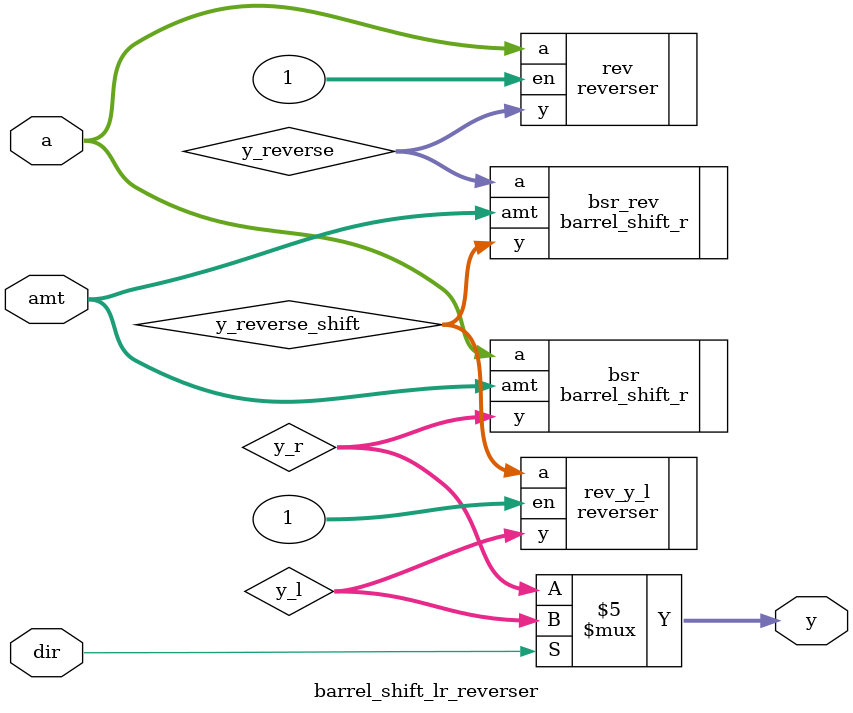
<source format=sv>
`timescale 1ns / 1ps

module barrel_shift_lr_reverser(
    input logic [7:0] a,
    input logic dir,
    input logic [2:0] amt,
    output logic [7:0] y
    );
    
    logic [7:0] y_r;
    logic [7:0] y_reverse;
    logic [7:0] y_reverse_shift;
    logic [7:0] y_l;
    
    barrel_shift_r bsr(.a(a), .amt(amt), .y(y_r));
    
    reverser rev(.a(a), .en(1), .y(y_reverse));
    barrel_shift_r bsr_rev(.a(y_reverse), .amt(amt), .y(y_reverse_shift));
    reverser rev_y_l(.a(y_reverse_shift), .en(1), .y(y_l));
    
    always_comb
        if (dir)
            y = y_l;
        else
            y = y_r;
endmodule

</source>
